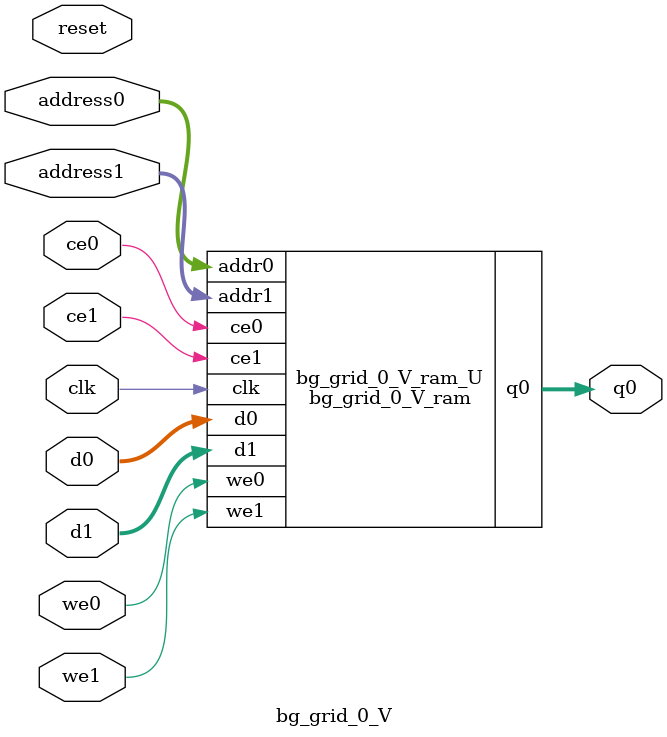
<source format=v>
`timescale 1 ns / 1 ps
module bg_grid_0_V_ram (addr0, ce0, d0, we0, q0, addr1, ce1, d1, we1,  clk);

parameter DWIDTH = 96;
parameter AWIDTH = 8;
parameter MEM_SIZE = 161;

input[AWIDTH-1:0] addr0;
input ce0;
input[DWIDTH-1:0] d0;
input we0;
output reg[DWIDTH-1:0] q0;
input[AWIDTH-1:0] addr1;
input ce1;
input[DWIDTH-1:0] d1;
input we1;
input clk;

(* ram_style = "block" *)reg [DWIDTH-1:0] ram[0:MEM_SIZE-1];




always @(posedge clk)  
begin 
    if (ce0) begin
        if (we0) 
            ram[addr0] <= d0; 
        q0 <= ram[addr0];
    end
end


always @(posedge clk)  
begin 
    if (ce1) begin
        if (we1) 
            ram[addr1] <= d1; 
    end
end


endmodule

`timescale 1 ns / 1 ps
module bg_grid_0_V(
    reset,
    clk,
    address0,
    ce0,
    we0,
    d0,
    q0,
    address1,
    ce1,
    we1,
    d1);

parameter DataWidth = 32'd96;
parameter AddressRange = 32'd161;
parameter AddressWidth = 32'd8;
input reset;
input clk;
input[AddressWidth - 1:0] address0;
input ce0;
input we0;
input[DataWidth - 1:0] d0;
output[DataWidth - 1:0] q0;
input[AddressWidth - 1:0] address1;
input ce1;
input we1;
input[DataWidth - 1:0] d1;



bg_grid_0_V_ram bg_grid_0_V_ram_U(
    .clk( clk ),
    .addr0( address0 ),
    .ce0( ce0 ),
    .we0( we0 ),
    .d0( d0 ),
    .q0( q0 ),
    .addr1( address1 ),
    .ce1( ce1 ),
    .we1( we1 ),
    .d1( d1 ));

endmodule


</source>
